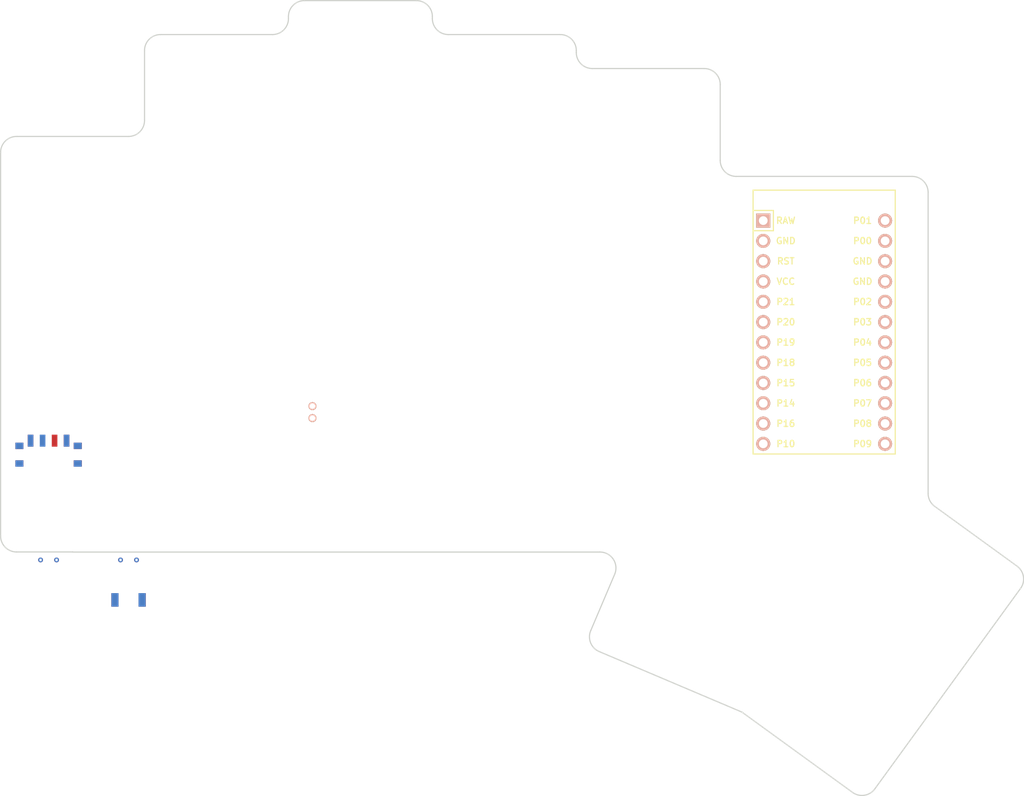
<source format=kicad_pcb>
(kicad_pcb (version 20211014) (generator pcbnew)
  (title_block (title "main") (rev "v1.0.0") (company "Unknown"))
  (layers (0 "F.Cu" signal) (31 "B.Cu" signal) (34 "B.Paste" user) (35 "F.Paste" user) (36 "B.SilkS" user "B.Silkscreen") (37 "F.SilkS" user "F.Silkscreen") (38 "B.Mask" user) (39 "F.Mask" user) (44 "Edge.Cuts" user))
  (net 0 "")
  (net 1 "RAW")
  (net 2 "GND")
  (net 3 "RST")
  (net 4 "VCC")
  (net 5 "P21")
  (net 6 "P20")
  (net 7 "P19")
  (net 8 "P18")
  (net 9 "P15")
  (net 10 "P14")
  (net 11 "P16")
  (net 12 "P10")
  (net 13 "P1")
  (net 14 "P0")
  (net 15 "P2")
  (net 16 "P3")
  (net 17 "P4")
  (net 18 "P5")
  (net 19 "P6")
  (net 20 "P7")
  (net 21 "P8")
  (net 22 "P9")
  (net 23 "pos")
  (footprint "lib:bat" (layer "F.Cu") (at 48 -8.5)
    (fp_text reference "" (at 0 0) (layer "F.SilkS") (effects (font (size 1.27 1.27))))
    (fp_text value "" (at 0 0) (layer "F.SilkS") (effects (font (size 1.27 1.27))))
    (pad "1" thru_hole circle locked (at 0 -0.75) (size 1 1) (drill 0.7) (layers *.Cu *.SilkS *.Mask) (net 23 "pos"))
    (pad "2" thru_hole circle locked (at 0 0.75) (size 1 1) (drill 0.7) (layers *.Cu *.SilkS *.Mask) (net 2 "GND"))
  )
  (footprint "VIA-0.6mm" (layer "F.Cu") (at 14 10)
    (fp_text reference "REF**" hide)
    (fp_text value "VIA-0.6mm" hide)
    (pad "1" thru_hole circle locked (at 0 0) (size 0.6 0.6) (drill 0.3) (layers *.Cu) (net 23 "pos"))
  )
  (footprint "Button_Switch_SMD:SW_SPST_B3U-1000P" (layer "F.Cu") (at 25 15)
    (fp_text reference "" (at 0 0) (layer "F.SilkS") (effects (font (size 1.27 1.27))))
    (fp_text value "" (at 0 0) (layer "F.SilkS") (effects (font (size 1.27 1.27))))
    (pad "1" smd rect locked (at -1.7 0) (size 0.9 1.7) (layers "B.Cu" "B.Paste" "B.Mask") (net 3 "RST"))
    (pad "1" smd rect locked (at 1.7 0) (size 0.9 1.7) (layers "F.Cu" "F.Paste" "F.Mask") (net 3 "RST"))
    (pad "2" smd rect locked (at 1.7 0) (size 0.9 1.7) (layers "B.Cu" "B.Paste" "B.Mask") (net 2 "GND"))
    (pad "2" smd rect locked (at -1.7 0) (size 0.9 1.7) (layers "F.Cu" "F.Paste" "F.Mask") (net 2 "GND"))
  )
  (footprint "VIA-0.6mm" (layer "F.Cu") (at 26 10)
    (fp_text reference "REF**" hide)
    (fp_text value "VIA-0.6mm" hide)
    (pad "1" thru_hole circle locked (at 0 0) (size 0.6 0.6) (drill 0.3) (layers *.Cu) (net 2 "GND"))
  )
  (footprint "ProMicro" (layer "F.Cu") (at 112 -18.5 -90)
    (fp_text reference "MCU1" hide)
    (fp_text value "" hide)
    (fp_text user "P16" (at 11.43 4.8) (layer "F.SilkS") (effects (font (size 0.8 0.8))))
    (fp_text user "P09" (at 13.97 -4.8) (layer "F.SilkS") (effects (font (size 0.8 0.8))))
    (fp_text user "P14" (at 8.89 4.8) (layer "F.SilkS") (effects (font (size 0.8 0.8))))
    (fp_text user "P00" (at -11.43 -4.8) (layer "F.SilkS") (effects (font (size 0.8 0.8))))
    (fp_text user "P07" (at 8.89 -4.8) (layer "F.SilkS") (effects (font (size 0.8 0.8))))
    (fp_text user "P02" (at -3.81 -4.8) (layer "F.SilkS") (effects (font (size 0.8 0.8))))
    (fp_text user "VCC" (at -6.35 4.8) (layer "F.SilkS") (effects (font (size 0.8 0.8))))
    (fp_text user "P15" (at 6.35 4.8) (layer "F.SilkS") (effects (font (size 0.8 0.8))))
    (fp_text user "P03" (at -1.27 -4.8) (layer "F.SilkS") (effects (font (size 0.8 0.8))))
    (fp_text user "P04" (at 1.27 -4.8) (layer "F.SilkS") (effects (font (size 0.8 0.8))))
    (fp_text user "RAW" (at -13.97 4.8) (layer "F.SilkS") (effects (font (size 0.8 0.8))))
    (fp_text user "P05" (at 3.81 -4.8) (layer "F.SilkS") (effects (font (size 0.8 0.8))))
    (fp_text user "P20" (at -1.27 4.8) (layer "F.SilkS") (effects (font (size 0.8 0.8))))
    (fp_text user "P21" (at -3.81 4.8) (layer "F.SilkS") (effects (font (size 0.8 0.8))))
    (fp_text user "P18" (at 3.81 4.8) (layer "F.SilkS") (effects (font (size 0.8 0.8))))
    (fp_text user "GND" (at -11.43 4.8) (layer "F.SilkS") (effects (font (size 0.8 0.8))))
    (fp_text user "P06" (at 6.35 -4.8) (layer "F.SilkS") (effects (font (size 0.8 0.8))))
    (fp_text user "P19" (at 1.27 4.8) (layer "F.SilkS") (effects (font (size 0.8 0.8))))
    (fp_text user "P01" (at -13.97 -4.8) (layer "F.SilkS") (effects (font (size 0.8 0.8))))
    (fp_text user "RST" (at -8.89 4.8) (layer "F.SilkS") (effects (font (size 0.8 0.8))))
    (fp_text user "P08" (at 11.43 -4.8) (layer "F.SilkS") (effects (font (size 0.8 0.8))))
    (fp_text user "GND" (at -6.35 -4.8) (layer "F.SilkS") (effects (font (size 0.8 0.8))))
    (fp_text user "P10" (at 13.97 4.8) (layer "F.SilkS") (effects (font (size 0.8 0.8))))
    (fp_text user "GND" (at -8.89 -4.8) (layer "F.SilkS") (effects (font (size 0.8 0.8))))
    (fp_line (start 15.24 8.89) (end 15.24 -8.89) (layer "F.SilkS") (width 0.15))
    (fp_line (start -17.78 -8.89) (end -17.78 8.89) (layer "F.SilkS") (width 0.15))
    (fp_line (start -15.24 6.35) (end -12.7 6.35) (layer "F.SilkS") (width 0.15))
    (fp_line (start -12.7 6.35) (end -12.7 8.89) (layer "F.SilkS") (width 0.15))
    (fp_line (start 15.24 -8.89) (end -17.78 -8.89) (layer "F.SilkS") (width 0.15))
    (fp_line (start -17.78 8.89) (end 15.24 8.89) (layer "F.SilkS") (width 0.15))
    (fp_line (start -15.24 6.35) (end -15.24 8.89) (layer "F.SilkS") (width 0.15))
    (pad "1" thru_hole rect locked (at -13.97 7.62 270) (size 1.7526 1.7526) (drill 1.0922) (layers *.Cu *.SilkS *.Mask) (net 1 "RAW"))
    (pad "2" thru_hole circle locked (at -11.43 7.62) (size 1.7526 1.7526) (drill 1.0922) (layers *.Cu *.SilkS *.Mask) (net 2 "GND"))
    (pad "3" thru_hole circle locked (at -8.89 7.62) (size 1.7526 1.7526) (drill 1.0922) (layers *.Cu *.SilkS *.Mask) (net 3 "RST"))
    (pad "4" thru_hole circle locked (at -6.35 7.62) (size 1.7526 1.7526) (drill 1.0922) (layers *.Cu *.SilkS *.Mask) (net 4 "VCC"))
    (pad "5" thru_hole circle locked (at -3.81 7.62) (size 1.7526 1.7526) (drill 1.0922) (layers *.Cu *.SilkS *.Mask) (net 5 "P21"))
    (pad "6" thru_hole circle locked (at -1.27 7.62) (size 1.7526 1.7526) (drill 1.0922) (layers *.Cu *.SilkS *.Mask) (net 6 "P20"))
    (pad "7" thru_hole circle locked (at 1.27 7.62) (size 1.7526 1.7526) (drill 1.0922) (layers *.Cu *.SilkS *.Mask) (net 7 "P19"))
    (pad "8" thru_hole circle locked (at 3.81 7.62) (size 1.7526 1.7526) (drill 1.0922) (layers *.Cu *.SilkS *.Mask) (net 8 "P18"))
    (pad "9" thru_hole circle locked (at 6.35 7.62) (size 1.7526 1.7526) (drill 1.0922) (layers *.Cu *.SilkS *.Mask) (net 9 "P15"))
    (pad "10" thru_hole circle locked (at 8.89 7.62) (size 1.7526 1.7526) (drill 1.0922) (layers *.Cu *.SilkS *.Mask) (net 10 "P14"))
    (pad "11" thru_hole circle locked (at 11.43 7.62) (size 1.7526 1.7526) (drill 1.0922) (layers *.Cu *.SilkS *.Mask) (net 11 "P16"))
    (pad "12" thru_hole circle locked (at 13.97 7.62) (size 1.7526 1.7526) (drill 1.0922) (layers *.Cu *.SilkS *.Mask) (net 12 "P10"))
    (pad "13" thru_hole circle locked (at -13.97 -7.62) (size 1.7526 1.7526) (drill 1.0922) (layers *.Cu *.SilkS *.Mask) (net 13 "P1"))
    (pad "14" thru_hole circle locked (at -11.43 -7.62) (size 1.7526 1.7526) (drill 1.0922) (layers *.Cu *.SilkS *.Mask) (net 14 "P0"))
    (pad "15" thru_hole circle locked (at -8.89 -7.62) (size 1.7526 1.7526) (drill 1.0922) (layers *.Cu *.SilkS *.Mask) (net 2 "GND"))
    (pad "16" thru_hole circle locked (at -6.35 -7.62) (size 1.7526 1.7526) (drill 1.0922) (layers *.Cu *.SilkS *.Mask) (net 2 "GND"))
    (pad "17" thru_hole circle locked (at -3.81 -7.62) (size 1.7526 1.7526) (drill 1.0922) (layers *.Cu *.SilkS *.Mask) (net 15 "P2"))
    (pad "18" thru_hole circle locked (at -1.27 -7.62) (size 1.7526 1.7526) (drill 1.0922) (layers *.Cu *.SilkS *.Mask) (net 16 "P3"))
    (pad "19" thru_hole circle locked (at 1.27 -7.62) (size 1.7526 1.7526) (drill 1.0922) (layers *.Cu *.SilkS *.Mask) (net 17 "P4"))
    (pad "20" thru_hole circle locked (at 3.81 -7.62) (size 1.7526 1.7526) (drill 1.0922) (layers *.Cu *.SilkS *.Mask) (net 18 "P5"))
    (pad "21" thru_hole circle locked (at 6.35 -7.62) (size 1.7526 1.7526) (drill 1.0922) (layers *.Cu *.SilkS *.Mask) (net 19 "P6"))
    (pad "22" thru_hole circle locked (at 8.89 -7.62) (size 1.7526 1.7526) (drill 1.0922) (layers *.Cu *.SilkS *.Mask) (net 20 "P7"))
    (pad "23" thru_hole circle locked (at 11.43 -7.62) (size 1.7526 1.7526) (drill 1.0922) (layers *.Cu *.SilkS *.Mask) (net 21 "P8"))
    (pad "24" thru_hole circle locked (at 13.97 -7.62) (size 1.7526 1.7526) (drill 1.0922) (layers *.Cu *.SilkS *.Mask) (net 22 "P9"))
  )
  (footprint "VIA-0.6mm" (layer "F.Cu") (at 24 10)
    (fp_text reference "REF**" hide)
    (fp_text value "VIA-0.6mm" hide)
    (pad "1" thru_hole circle locked (at 0 0) (size 0.6 0.6) (drill 0.3) (layers *.Cu) (net 3 "RST"))
  )
  (footprint "VIA-0.6mm" (layer "F.Cu") (at 16 10)
    (fp_text reference "REF**" hide)
    (fp_text value "VIA-0.6mm" hide)
    (pad "1" thru_hole circle locked (at 0 0) (size 0.6 0.6) (drill 0.3) (layers *.Cu) (net 1 "RAW"))
  )
  (footprint "Button_Switch_SMD:SW_SPDT_PCM12" (layer "F.Cu") (at 15 -3.5)
    (fp_text reference "" (at 0 0) (layer "F.SilkS") (effects (font (size 1.27 1.27))))
    (fp_text value "" (at 0 0) (layer "F.SilkS") (effects (font (size 1.27 1.27))))
    (pad "" smd rect locked (at 3.65 -0.78) (size 1 0.8) (layers "B.Cu" "B.Paste" "B.Mask"))
    (pad "" np_thru_hole circle locked (at -1.5 0.33) (size 0.9 0.9) (drill 0.9) (layers *.Cu *.Mask))
    (pad "" np_thru_hole circle locked (at 1.5 0.33) (size 0.9 0.9) (drill 0.9) (layers *.Cu *.Mask))
    (pad "" np_thru_hole circle locked (at -1.5 0.33) (size 0.9 0.9) (drill 0.9) (layers *.Cu *.Mask))
    (pad "" smd rect locked (at 3.65 1.43) (size 1 0.8) (layers "B.Cu" "B.Paste" "B.Mask"))
    (pad "" smd rect locked (at -3.65 -0.78) (size 1 0.8) (layers "F.Cu" "F.Paste" "F.Mask"))
    (pad "" smd rect locked (at 3.65 1.43) (size 1 0.8) (layers "F.Cu" "F.Paste" "F.Mask"))
    (pad "" smd rect locked (at -3.65 1.43) (size 1 0.8) (layers "F.Cu" "F.Paste" "F.Mask"))
    (pad "" smd rect locked (at -3.65 -0.78) (size 1 0.8) (layers "B.Cu" "B.Paste" "B.Mask"))
    (pad "" smd rect locked (at -3.65 1.43) (size 1 0.8) (layers "B.Cu" "B.Paste" "B.Mask"))
    (pad "" np_thru_hole circle locked (at 1.5 0.33) (size 0.9 0.9) (drill 0.9) (layers *.Cu *.Mask))
    (pad "" smd rect locked (at 3.65 -0.78) (size 1 0.8) (layers "F.Cu" "F.Paste" "F.Mask"))
    (pad "1" smd rect locked (at 2.25 -1.43) (size 0.7 1.5) (layers "B.Cu" "B.Paste" "B.Mask") (net 23 "pos"))
    (pad "1" smd rect locked (at -2.25 -1.43) (size 0.7 1.5) (layers "F.Cu" "F.Paste" "F.Mask") (net 23 "pos"))
    (pad "2" smd rect locked (at -0.75 -1.43) (size 0.7 1.5) (layers "B.Cu" "B.Paste" "B.Mask") (net 1 "RAW"))
    (pad "2" smd rect locked (at 0.75 -1.43) (size 0.7 1.5) (layers "F.Cu" "F.Paste" "F.Mask") (net 1 "RAW"))
    (pad "3" smd rect locked (at 2.25 -1.43) (size 0.7 1.5) (layers "F.Cu" "F.Paste" "F.Mask"))
    (pad "3" smd rect locked (at -2.25 -1.43) (size 0.7 1.5) (layers "B.Cu" "B.Paste" "B.Mask"))
  )
  (gr_line (start 61 -60) (end 47 -60) (layer "Edge.Cuts") (width 0.15))
  (gr_arc (start 83 -51.5) (mid 81.585786 -52.085786) (end 81 -53.5) (layer "Edge.Cuts") (width 0.15))
  (gr_line (start 118.338288 38.645149) (end 136.559631 13.565622) (layer "Edge.Cuts") (width 0.15))
  (gr_arc (start 136.117168 10.772017) (mid 136.916974 12.077182) (end 136.559631 13.565622) (layer "Edge.Cuts") (width 0.15))
  (gr_line (start 45 -58) (end 45 -57.75) (layer "Edge.Cuts") (width 0.15))
  (gr_line (start 136.117168 10.772017) (end 125.824429 3.293905) (layer "Edge.Cuts") (width 0.15))
  (gr_arc (start 45 -58) (mid 45.585786 -59.414214) (end 47 -60) (layer "Edge.Cuts") (width 0.15))
  (gr_arc (start 123 -38) (mid 124.414214 -37.414214) (end 125 -36) (layer "Edge.Cuts") (width 0.15))
  (gr_arc (start 65 -55.75) (mid 63.585786 -56.335786) (end 63 -57.75) (layer "Edge.Cuts") (width 0.15))
  (gr_arc (start 61 -60) (mid 62.414214 -59.414214) (end 63 -58) (layer "Edge.Cuts") (width 0.15))
  (gr_arc (start 11 9) (mid 9.585786 8.414214) (end 9 7) (layer "Edge.Cuts") (width 0.15))
  (gr_line (start 83.866103 21.464896) (end 101.803351 29.078806) (layer "Edge.Cuts") (width 0.15))
  (gr_arc (start 97 -51.5) (mid 98.414214 -50.914214) (end 99 -49.5) (layer "Edge.Cuts") (width 0.15))
  (gr_line (start 101.791395 29.095263) (end 101.803351 29.078806) (layer "Edge.Cuts") (width 0.15))
  (gr_line (start 43 -55.75) (end 29 -55.75) (layer "Edge.Cuts") (width 0.15))
  (gr_arc (start 27 -53.75) (mid 27.585786 -55.164214) (end 29 -55.75) (layer "Edge.Cuts") (width 0.15))
  (gr_arc (start 118.338288 38.645148) (mid 117.033123 39.444954) (end 115.544684 39.087612) (layer "Edge.Cuts") (width 0.15))
  (gr_line (start 101.791395 29.095263) (end 115.544684 39.087612) (layer "Edge.Cuts") (width 0.15))
  (gr_line (start 82.806556 18.842424) (end 85.799511 11.791462) (layer "Edge.Cuts") (width 0.15))
  (gr_arc (start 83.866102 21.464896) (mid 82.793197 20.373099) (end 82.806556 18.842424) (layer "Edge.Cuts") (width 0.15))
  (gr_line (start 81 -53.5) (end 81 -53.75) (layer "Edge.Cuts") (width 0.15))
  (gr_line (start 125 1.675872) (end 125 -36) (layer "Edge.Cuts") (width 0.15))
  (gr_line (start 99 -40) (end 99 -49.5) (layer "Edge.Cuts") (width 0.15))
  (gr_arc (start 83.958502 9.010001) (mid 85.626273 9.906127) (end 85.799511 11.791462) (layer "Edge.Cuts") (width 0.15))
  (gr_arc (start 27 -45) (mid 26.414214 -43.585786) (end 25 -43) (layer "Edge.Cuts") (width 0.15))
  (gr_line (start 27 -53.75) (end 27 -45) (layer "Edge.Cuts") (width 0.15))
  (gr_line (start 11 9) (end 18 9) (layer "Edge.Cuts") (width 0.15))
  (gr_line (start 18 9.01) (end 83.958502 9.01) (layer "Edge.Cuts") (width 0.15))
  (gr_arc (start 101 -38) (mid 99.585786 -38.585786) (end 99 -40) (layer "Edge.Cuts") (width 0.15))
  (gr_line (start 9 7) (end 9 -41) (layer "Edge.Cuts") (width 0.15))
  (gr_arc (start 125.824429 3.293906) (mid 125.217987 2.583853) (end 125 1.675872) (layer "Edge.Cuts") (width 0.15))
  (gr_line (start 63 -57.75) (end 63 -58) (layer "Edge.Cuts") (width 0.15))
  (gr_line (start 25 -43) (end 11 -43) (layer "Edge.Cuts") (width 0.15))
  (gr_line (start 123 -38) (end 101 -38) (layer "Edge.Cuts") (width 0.15))
  (gr_arc (start 45 -57.75) (mid 44.414214 -56.335786) (end 43 -55.75) (layer "Edge.Cuts") (width 0.15))
  (gr_arc (start 9 -41) (mid 9.585786 -42.414214) (end 11 -43) (layer "Edge.Cuts") (width 0.15))
  (gr_line (start 97 -51.5) (end 83 -51.5) (layer "Edge.Cuts") (width 0.15))
  (gr_arc (start 79 -55.75) (mid 80.414214 -55.164214) (end 81 -53.75) (layer "Edge.Cuts") (width 0.15))
  (gr_line (start 18 9) (end 18 9.01) (layer "Edge.Cuts") (width 0.15))
  (gr_line (start 79 -55.75) (end 65 -55.75) (layer "Edge.Cuts") (width 0.15))
)
</source>
